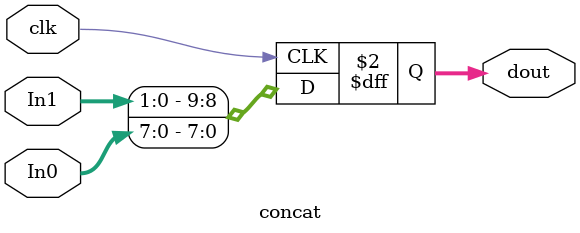
<source format=v>
module concat (
  input [7:0] In0,
  input [1:0] In1,
  input clk,
  output reg [9:0] dout
);

  always @(posedge clk)
  begin
    dout[9:8] <= In1;
    dout[7:0] <= In0;
  end

endmodule
</source>
